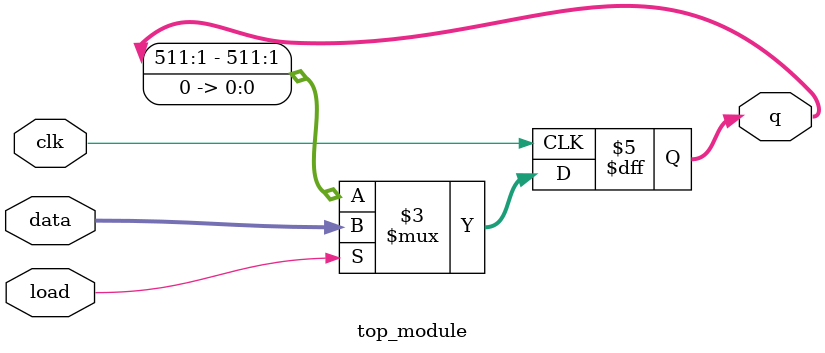
<source format=sv>
module top_module(
	input clk,
	input load,
	input [511:0] data,
	output reg [511:0] q);

	always @(posedge clk) begin
		if (load)
			q <= data;
		else begin
			q <= {q[$bits(q)-1:1], 1'b0};
		end
	end

endmodule

</source>
